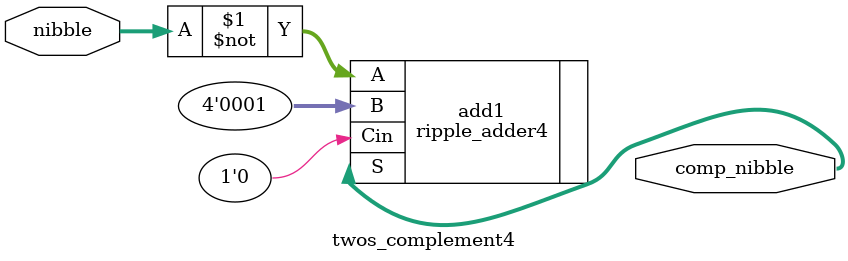
<source format=v>
`timescale 1ns / 1ns

module ripple_subtractor4(input [3:0] A, B, output reg [3:0] S, output Cout);

	wire [3:0] sum_result, sum_result_comp;
	wire is_positive;
	
	// adds A and 2s's complement of B
	ripple_adder4 adder(
		
		.A(A),
		// performs 2s complement of B and adds to A
		.B(~B),
		.Cin(1'b1),
		
		.S(sum_result),
		// Cout indicates if output value is positive
		.Cout(is_positive)
	);
	
	// calculates 2s complement of result if number is negative
	twos_complement4 comp(
		.nibble(sum_result),
		.comp_nibble(sum_result_comp)
	);
	
	always @(*)
	begin
	
		if (is_positive) begin
			// result is +ve, display as-is
			S = sum_result;
			
		end else begin
			// result is -ve, display 2's comp of number
			S = sum_result_comp; 
			
		end
		
	end
	
	assign Cout = is_positive;

endmodule

module twos_complement4(input [3:0] nibble, output [3:0] comp_nibble);

	ripple_adder4 add1(
		
		// perform 1's complement
		.A(~nibble),
		// add 1
		.B(4'b0001),
		.Cin(1'b0),
		// output 2's complement nibble
		.S(comp_nibble)
		
	);

endmodule

</source>
